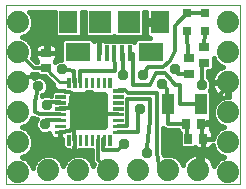
<source format=gtl>
G75*
%MOIN*%
%OFA0B0*%
%FSLAX24Y24*%
%IPPOS*%
%LPD*%
%AMOC8*
5,1,8,0,0,1.08239X$1,22.5*
%
%ADD10C,0.0000*%
%ADD11C,0.0740*%
%ADD12C,0.0252*%
%ADD13C,0.0035*%
%ADD14R,0.0354X0.0276*%
%ADD15R,0.0315X0.0315*%
%ADD16R,0.0394X0.0709*%
%ADD17R,0.0827X0.0630*%
%ADD18R,0.0157X0.0531*%
%ADD19R,0.0748X0.0748*%
%ADD20R,0.0630X0.0748*%
%ADD21R,0.0276X0.0354*%
%ADD22C,0.0160*%
%ADD23C,0.0120*%
%ADD24C,0.0376*%
%ADD25C,0.0100*%
D10*
X000534Y000507D02*
X000534Y006495D01*
X008351Y006503D01*
X008347Y000507D01*
X000534Y000507D01*
D11*
X000940Y000912D03*
X001944Y000995D03*
X002944Y000995D03*
X003944Y000995D03*
X004944Y000995D03*
X005944Y000995D03*
X006944Y000995D03*
X007940Y000912D03*
X007940Y001912D03*
X007940Y002912D03*
X007940Y003912D03*
X007940Y004912D03*
X007940Y005912D03*
X000940Y005912D03*
X000940Y004912D03*
X000940Y003912D03*
X000940Y002912D03*
X000940Y001912D03*
D12*
X002802Y003452D02*
X003810Y003452D01*
X003810Y002444D01*
X002802Y002444D01*
X002802Y003452D01*
X002802Y002695D02*
X003810Y002695D01*
X003810Y002946D02*
X002802Y002946D01*
X002802Y003197D02*
X003810Y003197D01*
X003810Y003448D02*
X002802Y003448D01*
D13*
X002501Y003398D02*
X002181Y003398D01*
X002181Y003482D01*
X002501Y003482D01*
X002501Y003398D01*
X002501Y003432D02*
X002181Y003432D01*
X002181Y003466D02*
X002501Y003466D01*
X002501Y003595D02*
X002181Y003595D01*
X002181Y003679D01*
X002501Y003679D01*
X002501Y003595D01*
X002501Y003629D02*
X002181Y003629D01*
X002181Y003663D02*
X002501Y003663D01*
X002575Y003752D02*
X002575Y004072D01*
X002659Y004072D01*
X002659Y003752D01*
X002575Y003752D01*
X002575Y003786D02*
X002659Y003786D01*
X002659Y003820D02*
X002575Y003820D01*
X002575Y003854D02*
X002659Y003854D01*
X002659Y003888D02*
X002575Y003888D01*
X002575Y003922D02*
X002659Y003922D01*
X002659Y003956D02*
X002575Y003956D01*
X002575Y003990D02*
X002659Y003990D01*
X002659Y004024D02*
X002575Y004024D01*
X002575Y004058D02*
X002659Y004058D01*
X002772Y004072D02*
X002772Y003752D01*
X002772Y004072D02*
X002856Y004072D01*
X002856Y003752D01*
X002772Y003752D01*
X002772Y003786D02*
X002856Y003786D01*
X002856Y003820D02*
X002772Y003820D01*
X002772Y003854D02*
X002856Y003854D01*
X002856Y003888D02*
X002772Y003888D01*
X002772Y003922D02*
X002856Y003922D01*
X002856Y003956D02*
X002772Y003956D01*
X002772Y003990D02*
X002856Y003990D01*
X002856Y004024D02*
X002772Y004024D01*
X002772Y004058D02*
X002856Y004058D01*
X002969Y004072D02*
X002969Y003752D01*
X002969Y004072D02*
X003053Y004072D01*
X003053Y003752D01*
X002969Y003752D01*
X002969Y003786D02*
X003053Y003786D01*
X003053Y003820D02*
X002969Y003820D01*
X002969Y003854D02*
X003053Y003854D01*
X003053Y003888D02*
X002969Y003888D01*
X002969Y003922D02*
X003053Y003922D01*
X003053Y003956D02*
X002969Y003956D01*
X002969Y003990D02*
X003053Y003990D01*
X003053Y004024D02*
X002969Y004024D01*
X002969Y004058D02*
X003053Y004058D01*
X003166Y004072D02*
X003166Y003752D01*
X003166Y004072D02*
X003250Y004072D01*
X003250Y003752D01*
X003166Y003752D01*
X003166Y003786D02*
X003250Y003786D01*
X003250Y003820D02*
X003166Y003820D01*
X003166Y003854D02*
X003250Y003854D01*
X003250Y003888D02*
X003166Y003888D01*
X003166Y003922D02*
X003250Y003922D01*
X003250Y003956D02*
X003166Y003956D01*
X003166Y003990D02*
X003250Y003990D01*
X003250Y004024D02*
X003166Y004024D01*
X003166Y004058D02*
X003250Y004058D01*
X003362Y004072D02*
X003362Y003752D01*
X003362Y004072D02*
X003446Y004072D01*
X003446Y003752D01*
X003362Y003752D01*
X003362Y003786D02*
X003446Y003786D01*
X003446Y003820D02*
X003362Y003820D01*
X003362Y003854D02*
X003446Y003854D01*
X003446Y003888D02*
X003362Y003888D01*
X003362Y003922D02*
X003446Y003922D01*
X003446Y003956D02*
X003362Y003956D01*
X003362Y003990D02*
X003446Y003990D01*
X003446Y004024D02*
X003362Y004024D01*
X003362Y004058D02*
X003446Y004058D01*
X003559Y004072D02*
X003559Y003752D01*
X003559Y004072D02*
X003643Y004072D01*
X003643Y003752D01*
X003559Y003752D01*
X003559Y003786D02*
X003643Y003786D01*
X003643Y003820D02*
X003559Y003820D01*
X003559Y003854D02*
X003643Y003854D01*
X003643Y003888D02*
X003559Y003888D01*
X003559Y003922D02*
X003643Y003922D01*
X003643Y003956D02*
X003559Y003956D01*
X003559Y003990D02*
X003643Y003990D01*
X003643Y004024D02*
X003559Y004024D01*
X003559Y004058D02*
X003643Y004058D01*
X003756Y004072D02*
X003756Y003752D01*
X003756Y004072D02*
X003840Y004072D01*
X003840Y003752D01*
X003756Y003752D01*
X003756Y003786D02*
X003840Y003786D01*
X003840Y003820D02*
X003756Y003820D01*
X003756Y003854D02*
X003840Y003854D01*
X003840Y003888D02*
X003756Y003888D01*
X003756Y003922D02*
X003840Y003922D01*
X003840Y003956D02*
X003756Y003956D01*
X003756Y003990D02*
X003840Y003990D01*
X003840Y004024D02*
X003756Y004024D01*
X003756Y004058D02*
X003840Y004058D01*
X003953Y004072D02*
X003953Y003752D01*
X003953Y004072D02*
X004037Y004072D01*
X004037Y003752D01*
X003953Y003752D01*
X003953Y003786D02*
X004037Y003786D01*
X004037Y003820D02*
X003953Y003820D01*
X003953Y003854D02*
X004037Y003854D01*
X004037Y003888D02*
X003953Y003888D01*
X003953Y003922D02*
X004037Y003922D01*
X004037Y003956D02*
X003953Y003956D01*
X003953Y003990D02*
X004037Y003990D01*
X004037Y004024D02*
X003953Y004024D01*
X003953Y004058D02*
X004037Y004058D01*
X004111Y003679D02*
X004431Y003679D01*
X004431Y003595D01*
X004111Y003595D01*
X004111Y003679D01*
X004111Y003629D02*
X004431Y003629D01*
X004431Y003663D02*
X004111Y003663D01*
X004111Y003482D02*
X004431Y003482D01*
X004431Y003398D01*
X004111Y003398D01*
X004111Y003482D01*
X004111Y003432D02*
X004431Y003432D01*
X004431Y003466D02*
X004111Y003466D01*
X004111Y003285D02*
X004431Y003285D01*
X004431Y003201D01*
X004111Y003201D01*
X004111Y003285D01*
X004111Y003235D02*
X004431Y003235D01*
X004431Y003269D02*
X004111Y003269D01*
X004111Y003088D02*
X004431Y003088D01*
X004431Y003004D01*
X004111Y003004D01*
X004111Y003088D01*
X004111Y003038D02*
X004431Y003038D01*
X004431Y003072D02*
X004111Y003072D01*
X004111Y002891D02*
X004431Y002891D01*
X004431Y002807D01*
X004111Y002807D01*
X004111Y002891D01*
X004111Y002841D02*
X004431Y002841D01*
X004431Y002875D02*
X004111Y002875D01*
X004111Y002694D02*
X004431Y002694D01*
X004431Y002610D01*
X004111Y002610D01*
X004111Y002694D01*
X004111Y002644D02*
X004431Y002644D01*
X004431Y002678D02*
X004111Y002678D01*
X004111Y002498D02*
X004431Y002498D01*
X004431Y002414D01*
X004111Y002414D01*
X004111Y002498D01*
X004111Y002448D02*
X004431Y002448D01*
X004431Y002482D02*
X004111Y002482D01*
X004111Y002301D02*
X004431Y002301D01*
X004431Y002217D01*
X004111Y002217D01*
X004111Y002301D01*
X004111Y002251D02*
X004431Y002251D01*
X004431Y002285D02*
X004111Y002285D01*
X004037Y002143D02*
X004037Y001823D01*
X003953Y001823D01*
X003953Y002143D01*
X004037Y002143D01*
X004037Y001857D02*
X003953Y001857D01*
X003953Y001891D02*
X004037Y001891D01*
X004037Y001925D02*
X003953Y001925D01*
X003953Y001959D02*
X004037Y001959D01*
X004037Y001993D02*
X003953Y001993D01*
X003953Y002027D02*
X004037Y002027D01*
X004037Y002061D02*
X003953Y002061D01*
X003953Y002095D02*
X004037Y002095D01*
X004037Y002129D02*
X003953Y002129D01*
X003840Y002143D02*
X003840Y001823D01*
X003756Y001823D01*
X003756Y002143D01*
X003840Y002143D01*
X003840Y001857D02*
X003756Y001857D01*
X003756Y001891D02*
X003840Y001891D01*
X003840Y001925D02*
X003756Y001925D01*
X003756Y001959D02*
X003840Y001959D01*
X003840Y001993D02*
X003756Y001993D01*
X003756Y002027D02*
X003840Y002027D01*
X003840Y002061D02*
X003756Y002061D01*
X003756Y002095D02*
X003840Y002095D01*
X003840Y002129D02*
X003756Y002129D01*
X003643Y002143D02*
X003643Y001823D01*
X003559Y001823D01*
X003559Y002143D01*
X003643Y002143D01*
X003643Y001857D02*
X003559Y001857D01*
X003559Y001891D02*
X003643Y001891D01*
X003643Y001925D02*
X003559Y001925D01*
X003559Y001959D02*
X003643Y001959D01*
X003643Y001993D02*
X003559Y001993D01*
X003559Y002027D02*
X003643Y002027D01*
X003643Y002061D02*
X003559Y002061D01*
X003559Y002095D02*
X003643Y002095D01*
X003643Y002129D02*
X003559Y002129D01*
X003446Y002143D02*
X003446Y001823D01*
X003362Y001823D01*
X003362Y002143D01*
X003446Y002143D01*
X003446Y001857D02*
X003362Y001857D01*
X003362Y001891D02*
X003446Y001891D01*
X003446Y001925D02*
X003362Y001925D01*
X003362Y001959D02*
X003446Y001959D01*
X003446Y001993D02*
X003362Y001993D01*
X003362Y002027D02*
X003446Y002027D01*
X003446Y002061D02*
X003362Y002061D01*
X003362Y002095D02*
X003446Y002095D01*
X003446Y002129D02*
X003362Y002129D01*
X003250Y002143D02*
X003250Y001823D01*
X003166Y001823D01*
X003166Y002143D01*
X003250Y002143D01*
X003250Y001857D02*
X003166Y001857D01*
X003166Y001891D02*
X003250Y001891D01*
X003250Y001925D02*
X003166Y001925D01*
X003166Y001959D02*
X003250Y001959D01*
X003250Y001993D02*
X003166Y001993D01*
X003166Y002027D02*
X003250Y002027D01*
X003250Y002061D02*
X003166Y002061D01*
X003166Y002095D02*
X003250Y002095D01*
X003250Y002129D02*
X003166Y002129D01*
X003053Y002143D02*
X003053Y001823D01*
X002969Y001823D01*
X002969Y002143D01*
X003053Y002143D01*
X003053Y001857D02*
X002969Y001857D01*
X002969Y001891D02*
X003053Y001891D01*
X003053Y001925D02*
X002969Y001925D01*
X002969Y001959D02*
X003053Y001959D01*
X003053Y001993D02*
X002969Y001993D01*
X002969Y002027D02*
X003053Y002027D01*
X003053Y002061D02*
X002969Y002061D01*
X002969Y002095D02*
X003053Y002095D01*
X003053Y002129D02*
X002969Y002129D01*
X002856Y002143D02*
X002856Y001823D01*
X002772Y001823D01*
X002772Y002143D01*
X002856Y002143D01*
X002856Y001857D02*
X002772Y001857D01*
X002772Y001891D02*
X002856Y001891D01*
X002856Y001925D02*
X002772Y001925D01*
X002772Y001959D02*
X002856Y001959D01*
X002856Y001993D02*
X002772Y001993D01*
X002772Y002027D02*
X002856Y002027D01*
X002856Y002061D02*
X002772Y002061D01*
X002772Y002095D02*
X002856Y002095D01*
X002856Y002129D02*
X002772Y002129D01*
X002659Y002143D02*
X002659Y001823D01*
X002575Y001823D01*
X002575Y002143D01*
X002659Y002143D01*
X002659Y001857D02*
X002575Y001857D01*
X002575Y001891D02*
X002659Y001891D01*
X002659Y001925D02*
X002575Y001925D01*
X002575Y001959D02*
X002659Y001959D01*
X002659Y001993D02*
X002575Y001993D01*
X002575Y002027D02*
X002659Y002027D01*
X002659Y002061D02*
X002575Y002061D01*
X002575Y002095D02*
X002659Y002095D01*
X002659Y002129D02*
X002575Y002129D01*
X002501Y002217D02*
X002181Y002217D01*
X002181Y002301D01*
X002501Y002301D01*
X002501Y002217D01*
X002501Y002251D02*
X002181Y002251D01*
X002181Y002285D02*
X002501Y002285D01*
X002501Y002414D02*
X002181Y002414D01*
X002181Y002498D01*
X002501Y002498D01*
X002501Y002414D01*
X002501Y002448D02*
X002181Y002448D01*
X002181Y002482D02*
X002501Y002482D01*
X002501Y002610D02*
X002181Y002610D01*
X002181Y002694D01*
X002501Y002694D01*
X002501Y002610D01*
X002501Y002644D02*
X002181Y002644D01*
X002181Y002678D02*
X002501Y002678D01*
X002501Y002807D02*
X002181Y002807D01*
X002181Y002891D01*
X002501Y002891D01*
X002501Y002807D01*
X002501Y002841D02*
X002181Y002841D01*
X002181Y002875D02*
X002501Y002875D01*
X002501Y003004D02*
X002181Y003004D01*
X002181Y003088D01*
X002501Y003088D01*
X002501Y003004D01*
X002501Y003038D02*
X002181Y003038D01*
X002181Y003072D02*
X002501Y003072D01*
X002501Y003201D02*
X002181Y003201D01*
X002181Y003285D01*
X002501Y003285D01*
X002501Y003201D01*
X002501Y003235D02*
X002181Y003235D01*
X002181Y003269D02*
X002501Y003269D01*
D14*
X001873Y004389D03*
X001873Y004900D03*
X006637Y004711D03*
X007145Y004570D03*
X006637Y004200D03*
X007145Y005082D03*
D15*
X007172Y005625D03*
X006570Y005625D03*
X006570Y006215D03*
X007172Y006215D03*
D16*
X007038Y003184D03*
X005936Y003184D03*
D17*
X005373Y004924D03*
X002932Y004924D03*
D18*
X003641Y004875D03*
X003897Y004875D03*
X004152Y004875D03*
X004408Y004875D03*
X004664Y004875D03*
D19*
X004625Y005928D03*
X003680Y005928D03*
D20*
X002617Y005928D03*
X005688Y005928D03*
D21*
X006538Y002511D03*
X007050Y002511D03*
X007113Y002034D03*
X006601Y002034D03*
D22*
X006323Y002025D02*
X005774Y002025D01*
X005775Y001867D02*
X006323Y001867D01*
X006323Y001799D02*
X006405Y001717D01*
X006797Y001717D01*
X006830Y001750D01*
X006831Y001747D01*
X006865Y001713D01*
X006906Y001689D01*
X006952Y001677D01*
X007113Y001677D01*
X007113Y002034D01*
X007113Y002034D01*
X007113Y001677D01*
X007275Y001677D01*
X007320Y001689D01*
X007361Y001713D01*
X007395Y001747D01*
X007419Y001788D01*
X007430Y001830D01*
X007430Y001811D01*
X007507Y001623D01*
X007651Y001480D01*
X007814Y001412D01*
X007651Y001345D01*
X007507Y001201D01*
X007478Y001130D01*
X007453Y001206D01*
X007414Y001283D01*
X007363Y001353D01*
X007302Y001414D01*
X007232Y001465D01*
X007155Y001505D01*
X007073Y001531D01*
X006987Y001545D01*
X006964Y001545D01*
X006964Y001015D01*
X006924Y001015D01*
X006924Y001545D01*
X006900Y001545D01*
X006815Y001531D01*
X006733Y001505D01*
X006656Y001465D01*
X006585Y001414D01*
X006524Y001353D01*
X006473Y001283D01*
X006434Y001206D01*
X006423Y001171D01*
X006376Y001284D01*
X006233Y001427D01*
X006045Y001505D01*
X005842Y001505D01*
X005792Y001484D01*
X005778Y001578D01*
X005771Y002400D01*
X005798Y002373D01*
X005856Y002315D01*
X005857Y002315D01*
X005858Y002314D01*
X005940Y002315D01*
X006260Y002313D01*
X006260Y002276D01*
X006323Y002213D01*
X006323Y001799D01*
X006323Y002184D02*
X005773Y002184D01*
X005771Y002342D02*
X005829Y002342D01*
X005776Y001708D02*
X006873Y001708D01*
X007113Y001708D02*
X007113Y001708D01*
X007113Y001867D02*
X007113Y001867D01*
X007113Y002025D02*
X007113Y002025D01*
X007113Y002034D02*
X007113Y002034D01*
X007431Y002034D01*
X007431Y002016D01*
X007507Y002201D01*
X007651Y002345D01*
X007814Y002412D01*
X007651Y002480D01*
X007507Y002623D01*
X007430Y002811D01*
X007430Y003014D01*
X007507Y003201D01*
X007651Y003345D01*
X007764Y003391D01*
X007729Y003403D01*
X007652Y003442D01*
X007582Y003493D01*
X007520Y003554D01*
X007469Y003624D01*
X007430Y003701D01*
X007403Y003783D01*
X007390Y003869D01*
X007390Y003892D01*
X007920Y003892D01*
X007960Y003892D01*
X007960Y003422D01*
X007920Y003422D01*
X007920Y003892D01*
X007920Y003932D01*
X007390Y003932D01*
X007390Y003956D01*
X007403Y004041D01*
X007430Y004123D01*
X007469Y004201D01*
X007520Y004271D01*
X007582Y004332D01*
X007652Y004383D01*
X007729Y004422D01*
X007764Y004433D01*
X007651Y004480D01*
X007507Y004623D01*
X007462Y004734D01*
X007462Y004374D01*
X007380Y004292D01*
X007270Y004292D01*
X007265Y004079D01*
X007336Y004008D01*
X007386Y003887D01*
X007386Y003756D01*
X007336Y003636D01*
X007336Y003636D01*
X007375Y003596D01*
X007375Y002772D01*
X007357Y002753D01*
X007368Y002712D01*
X007368Y002511D01*
X007050Y002511D01*
X007050Y002511D01*
X007368Y002511D01*
X007368Y002349D01*
X007395Y002322D01*
X007419Y002281D01*
X007431Y002235D01*
X007431Y002034D01*
X007113Y002034D01*
X007431Y002025D02*
X007435Y002025D01*
X007431Y002184D02*
X007500Y002184D01*
X007375Y002342D02*
X007649Y002342D01*
X007630Y002501D02*
X007368Y002501D01*
X007368Y002659D02*
X007493Y002659D01*
X007430Y002818D02*
X007375Y002818D01*
X007375Y002976D02*
X007430Y002976D01*
X007480Y003135D02*
X007375Y003135D01*
X007375Y003293D02*
X007600Y003293D01*
X007638Y003452D02*
X007375Y003452D01*
X007361Y003610D02*
X007479Y003610D01*
X007408Y003769D02*
X007386Y003769D01*
X007369Y003927D02*
X007920Y003927D01*
X007920Y003769D02*
X007960Y003769D01*
X007960Y003610D02*
X007920Y003610D01*
X007920Y003452D02*
X007960Y003452D01*
X007418Y004086D02*
X007265Y004086D01*
X007269Y004244D02*
X007501Y004244D01*
X007462Y004403D02*
X007691Y004403D01*
X007569Y004561D02*
X007462Y004561D01*
X007462Y004720D02*
X007468Y004720D01*
X005610Y005851D02*
X005193Y005851D01*
X005193Y005530D01*
X005205Y005485D01*
X005229Y005443D01*
X005262Y005410D01*
X005303Y005386D01*
X005330Y005379D01*
X004902Y005379D01*
X004820Y005297D01*
X004820Y005262D01*
X004801Y005281D01*
X003834Y005281D01*
X003830Y005285D01*
X003789Y005308D01*
X003743Y005321D01*
X003641Y005321D01*
X003641Y004875D01*
X003641Y004875D01*
X003641Y005321D01*
X003538Y005321D01*
X003492Y005308D01*
X003481Y005302D01*
X003403Y005379D01*
X002461Y005379D01*
X002379Y005297D01*
X002379Y004670D01*
X002335Y004670D01*
X002215Y004620D01*
X002185Y004590D01*
X002158Y004617D01*
X002161Y004619D01*
X002194Y004652D01*
X002218Y004693D01*
X002230Y004739D01*
X002230Y004900D01*
X001873Y004900D01*
X001873Y004900D01*
X001516Y004900D01*
X001516Y004739D01*
X001528Y004693D01*
X001552Y004652D01*
X001585Y004619D01*
X001588Y004617D01*
X001560Y004589D01*
X001546Y004589D01*
X001413Y004722D01*
X001450Y004811D01*
X001450Y005014D01*
X001372Y005201D01*
X001229Y005345D01*
X001065Y005412D01*
X001229Y005480D01*
X001372Y005623D01*
X001450Y005811D01*
X001450Y006014D01*
X001372Y006201D01*
X001308Y006266D01*
X002162Y006267D01*
X002162Y005496D01*
X002244Y005414D01*
X002990Y005414D01*
X003072Y005496D01*
X003072Y006268D01*
X003166Y006268D01*
X003166Y005496D01*
X003248Y005414D01*
X004112Y005414D01*
X004152Y005454D01*
X004193Y005414D01*
X005057Y005414D01*
X005139Y005496D01*
X005139Y006270D01*
X005193Y006270D01*
X005193Y006006D01*
X005610Y006006D01*
X005610Y005851D01*
X005610Y005988D02*
X005139Y005988D01*
X005139Y005829D02*
X005193Y005829D01*
X005193Y005671D02*
X005139Y005671D01*
X005139Y005512D02*
X005198Y005512D01*
X004876Y005354D02*
X003428Y005354D01*
X003641Y005195D02*
X003641Y005195D01*
X003641Y005037D02*
X003641Y005037D01*
X003641Y004878D02*
X003641Y004878D01*
X003166Y005512D02*
X003072Y005512D01*
X003072Y005671D02*
X003166Y005671D01*
X003166Y005829D02*
X003072Y005829D01*
X003072Y005988D02*
X003166Y005988D01*
X003166Y006146D02*
X003072Y006146D01*
X002162Y006146D02*
X001395Y006146D01*
X001450Y005988D02*
X002162Y005988D01*
X002162Y005829D02*
X001450Y005829D01*
X001392Y005671D02*
X002162Y005671D01*
X002162Y005512D02*
X001261Y005512D01*
X001206Y005354D02*
X002435Y005354D01*
X002379Y005195D02*
X002138Y005195D01*
X002120Y005206D02*
X002074Y005218D01*
X001873Y005218D01*
X001873Y004900D01*
X001873Y004900D01*
X002230Y004900D01*
X002230Y005062D01*
X002218Y005108D01*
X002194Y005149D01*
X002161Y005182D01*
X002120Y005206D01*
X001873Y005195D02*
X001873Y005195D01*
X001873Y005218D02*
X001672Y005218D01*
X001626Y005206D01*
X001585Y005182D01*
X001552Y005149D01*
X001528Y005108D01*
X001516Y005062D01*
X001516Y004900D01*
X001873Y004900D01*
X001873Y004900D01*
X001873Y005218D01*
X001873Y005037D02*
X001873Y005037D01*
X001608Y005195D02*
X001375Y005195D01*
X001440Y005037D02*
X001516Y005037D01*
X001516Y004878D02*
X001450Y004878D01*
X001415Y004720D02*
X001521Y004720D01*
X002225Y004720D02*
X002379Y004720D01*
X002379Y004878D02*
X002230Y004878D01*
X002230Y005037D02*
X002379Y005037D01*
X001560Y004189D02*
X001416Y004189D01*
X001450Y004123D01*
X001466Y004073D01*
X001556Y004110D01*
X001686Y004110D01*
X001807Y004061D01*
X001899Y003968D01*
X001949Y003848D01*
X001949Y003717D01*
X001899Y003597D01*
X001807Y003504D01*
X001748Y003480D01*
X001741Y003449D01*
X001835Y003488D01*
X001966Y003488D01*
X002024Y003464D01*
X002024Y003473D01*
X002024Y003474D01*
X001998Y003519D01*
X001984Y003569D01*
X001984Y003637D01*
X002114Y003637D01*
X001984Y003637D01*
X001984Y003704D01*
X001998Y003754D01*
X002024Y003799D01*
X002061Y003836D01*
X002103Y003861D01*
X001948Y004014D01*
X001948Y004014D01*
X001924Y004037D01*
X001913Y004038D01*
X001871Y004090D01*
X001850Y004111D01*
X001638Y004111D01*
X001560Y004189D01*
X001496Y004086D02*
X001462Y004086D01*
X001745Y004086D02*
X001874Y004086D01*
X001916Y003927D02*
X002036Y003927D01*
X002006Y003769D02*
X001949Y003769D01*
X001984Y003610D02*
X001905Y003610D01*
X002114Y003637D02*
X002114Y003637D01*
X001747Y003452D02*
X001742Y003452D01*
X001462Y002724D02*
X001562Y002684D01*
X001517Y002576D01*
X001517Y002445D01*
X001567Y002325D01*
X001659Y002233D01*
X001780Y002183D01*
X001911Y002183D01*
X001984Y002213D01*
X001984Y002191D01*
X001998Y002141D01*
X002024Y002096D01*
X002061Y002059D01*
X002106Y002033D01*
X002156Y002020D01*
X002341Y002020D01*
X002341Y002257D01*
X002341Y002257D01*
X002341Y002020D01*
X002418Y002020D01*
X002418Y001758D01*
X002510Y001666D01*
X002651Y001666D01*
X002651Y001665D01*
X002696Y001639D01*
X002746Y001626D01*
X002814Y001626D01*
X002881Y001626D01*
X002932Y001639D01*
X002977Y001665D01*
X002977Y001666D01*
X003401Y001666D01*
X003401Y001255D01*
X003471Y001185D01*
X003444Y001121D01*
X003376Y001284D01*
X003233Y001427D01*
X003045Y001505D01*
X002842Y001505D01*
X002655Y001427D01*
X002511Y001284D01*
X002444Y001121D01*
X002376Y001284D01*
X002233Y001427D01*
X002045Y001505D01*
X001842Y001505D01*
X001655Y001427D01*
X001511Y001284D01*
X001434Y001096D01*
X001434Y001053D01*
X001372Y001201D01*
X001229Y001345D01*
X001065Y001412D01*
X001229Y001480D01*
X001372Y001623D01*
X001450Y001811D01*
X001450Y002014D01*
X001372Y002201D01*
X001229Y002345D01*
X001065Y002412D01*
X001229Y002480D01*
X001372Y002623D01*
X001415Y002727D01*
X001418Y002723D01*
X001462Y002724D01*
X001387Y002659D02*
X001552Y002659D01*
X001517Y002501D02*
X001250Y002501D01*
X001231Y002342D02*
X001560Y002342D01*
X001379Y002184D02*
X001777Y002184D01*
X001914Y002184D02*
X001986Y002184D01*
X002135Y002025D02*
X001445Y002025D01*
X001450Y001867D02*
X002418Y001867D01*
X002341Y002025D02*
X002341Y002025D01*
X002341Y002184D02*
X002341Y002184D01*
X002814Y001756D02*
X002814Y001756D01*
X002814Y001626D01*
X002814Y001756D01*
X002814Y001756D01*
X002814Y001708D02*
X002814Y001708D01*
X002468Y001708D02*
X001407Y001708D01*
X001299Y001550D02*
X003401Y001550D01*
X003401Y001391D02*
X003269Y001391D01*
X003397Y001233D02*
X003423Y001233D01*
X002619Y001391D02*
X002269Y001391D01*
X002397Y001233D02*
X002490Y001233D01*
X001619Y001391D02*
X001116Y001391D01*
X001340Y001233D02*
X001490Y001233D01*
X001434Y001074D02*
X001425Y001074D01*
X003226Y003028D02*
X003226Y003595D01*
X003386Y003595D01*
X003386Y003028D01*
X003226Y003028D01*
X003226Y003135D02*
X003386Y003135D01*
X003386Y003293D02*
X003226Y003293D01*
X003226Y003452D02*
X003386Y003452D01*
X005782Y001550D02*
X007581Y001550D01*
X007472Y001708D02*
X007353Y001708D01*
X007325Y001391D02*
X007764Y001391D01*
X007539Y001233D02*
X007440Y001233D01*
X006964Y001233D02*
X006924Y001233D01*
X006924Y001391D02*
X006964Y001391D01*
X006964Y001074D02*
X006924Y001074D01*
X006562Y001391D02*
X006269Y001391D01*
X006397Y001233D02*
X006448Y001233D01*
X005193Y006146D02*
X005139Y006146D01*
D23*
X006180Y005802D02*
X006180Y004967D01*
X005991Y004613D01*
X005767Y004420D01*
X005255Y004420D01*
X005101Y004145D01*
X005349Y003814D02*
X005534Y004235D01*
X005853Y004235D01*
X006062Y003960D01*
X006160Y003818D01*
X006334Y003822D01*
X006345Y003184D01*
X007038Y003184D01*
X007393Y003235D02*
X007393Y002621D01*
X007050Y002511D01*
X007113Y002034D01*
X007097Y001149D01*
X006944Y000995D01*
X005944Y000995D02*
X005668Y000956D01*
X005578Y001562D01*
X005562Y003542D01*
X004597Y003550D01*
X004530Y003637D01*
X004511Y003641D01*
X004290Y003641D01*
X004271Y003637D01*
X004578Y003349D02*
X004582Y002463D01*
X004271Y002456D01*
X004271Y002259D02*
X004944Y002271D01*
X004944Y003026D01*
X004995Y003034D01*
X005337Y003345D02*
X004578Y003349D01*
X004759Y003814D02*
X004759Y004867D01*
X004664Y004875D01*
X004428Y004855D02*
X004428Y004145D01*
X004160Y004298D02*
X003011Y004298D01*
X003015Y003952D01*
X003011Y003912D01*
X002814Y003912D02*
X002814Y004274D01*
X002400Y004341D01*
X001873Y004389D02*
X001463Y004389D01*
X000940Y004912D01*
X001873Y004900D02*
X001960Y004908D01*
X001960Y005412D01*
X001794Y004105D02*
X001121Y004105D01*
X000940Y003912D01*
X001593Y003708D02*
X001621Y003782D01*
X001593Y003708D02*
X001495Y003263D01*
X001499Y002924D01*
X001688Y002849D01*
X002341Y002849D01*
X002341Y002652D02*
X001861Y002652D01*
X001837Y002629D01*
X001837Y002542D01*
X001845Y002511D01*
X002341Y002259D02*
X002664Y002290D01*
X002749Y002430D01*
X002814Y002365D01*
X002814Y001983D01*
X002749Y002430D02*
X003306Y002948D01*
X003306Y003086D01*
X002649Y003059D01*
X002688Y003087D01*
X002747Y003542D01*
X002652Y003605D01*
X002341Y003637D01*
X002282Y003637D01*
X001794Y004105D01*
X001999Y003243D02*
X001900Y003160D01*
X001999Y003243D02*
X002341Y003243D01*
X002341Y003046D02*
X002649Y003059D01*
X003306Y002948D02*
X003306Y002889D01*
X004271Y002849D01*
X003786Y002023D02*
X003798Y001983D01*
X003786Y002023D02*
X003786Y001664D01*
X004274Y001664D01*
X004483Y001873D01*
X005235Y001771D02*
X005243Y001554D01*
X005235Y001771D02*
X005337Y002633D01*
X005337Y003345D01*
X005936Y003184D02*
X005908Y003688D01*
X005735Y003853D01*
X005349Y003814D02*
X004759Y003814D01*
X004160Y004298D02*
X004152Y004875D01*
X004408Y004875D02*
X004428Y004855D01*
X006184Y004345D02*
X006247Y004345D01*
X006259Y004176D01*
X006649Y004176D01*
X006637Y004200D01*
X007058Y003822D02*
X007078Y004570D01*
X007145Y004570D01*
X006637Y004711D02*
X006601Y004759D01*
X006570Y005625D01*
X006180Y005802D02*
X006570Y006215D01*
X006822Y006208D01*
X007172Y006215D01*
X007172Y005625D02*
X007145Y005082D01*
X007940Y003912D02*
X007940Y003782D01*
X007393Y003235D01*
X006538Y002511D02*
X005940Y002515D01*
X005936Y003184D01*
X006538Y002511D02*
X006601Y002034D01*
X003944Y000995D02*
X003601Y001337D01*
X003601Y001983D01*
D24*
X004483Y001873D03*
X005243Y001554D03*
X004995Y003034D03*
X005735Y003853D03*
X006184Y004345D03*
X007058Y003822D03*
X005101Y004145D03*
X004428Y004145D03*
X002400Y004341D03*
X001621Y003782D03*
X001900Y003160D03*
X001845Y002511D03*
X001960Y005412D03*
D25*
X001873Y004389D02*
X002011Y004219D01*
X002026Y004204D01*
X002326Y003908D01*
X002617Y003912D01*
M02*

</source>
